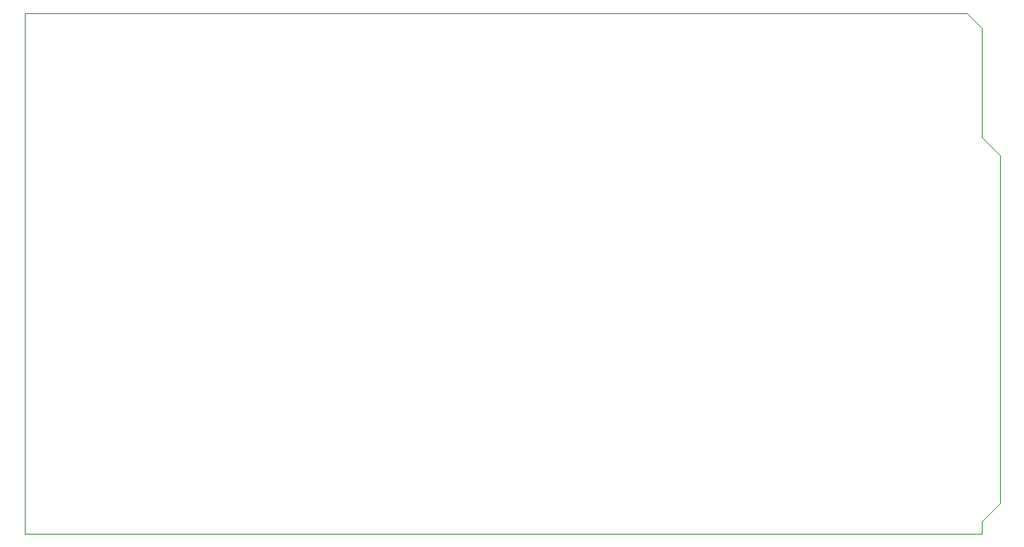
<source format=gm1>
G04 #@! TF.GenerationSoftware,KiCad,Pcbnew,(5.1.12)-1*
G04 #@! TF.CreationDate,2021-11-28T01:24:50-03:00*
G04 #@! TF.ProjectId,SHIELD_MEGA,53484945-4c44-45f4-9d45-47412e6b6963,rev?*
G04 #@! TF.SameCoordinates,Original*
G04 #@! TF.FileFunction,Profile,NP*
%FSLAX46Y46*%
G04 Gerber Fmt 4.6, Leading zero omitted, Abs format (unit mm)*
G04 Created by KiCad (PCBNEW (5.1.12)-1) date 2021-11-28 01:24:50*
%MOMM*%
%LPD*%
G01*
G04 APERTURE LIST*
G04 #@! TA.AperFunction,Profile*
%ADD10C,0.050000*%
G04 #@! TD*
G04 APERTURE END LIST*
D10*
X101396800Y-62230000D02*
X197866000Y-62230000D01*
X101396800Y-115570000D02*
X101396800Y-62230000D01*
X199390000Y-115570000D02*
X101396800Y-115570000D01*
X201218800Y-112471200D02*
X199390000Y-114300000D01*
X201218800Y-76758800D02*
X201218800Y-112471200D01*
X199390000Y-74930000D02*
X201218800Y-76758800D01*
X199390000Y-114300000D02*
X199390000Y-115570000D01*
X199390000Y-63754000D02*
X199390000Y-74930000D01*
X197866000Y-62230000D02*
X199390000Y-63754000D01*
M02*

</source>
